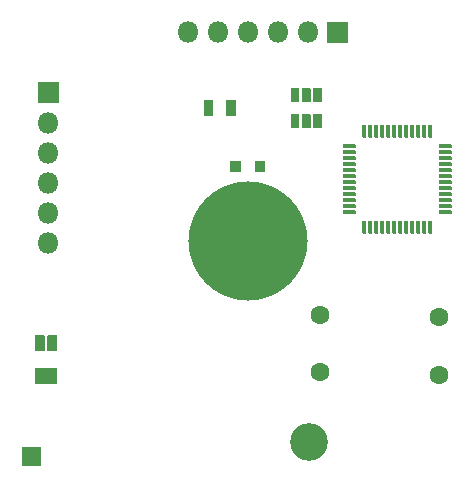
<source format=gbs>
G04 #@! TF.GenerationSoftware,KiCad,Pcbnew,5.1.7-a382d34a8~88~ubuntu18.04.1*
G04 #@! TF.CreationDate,2021-09-05T00:01:39+05:30*
G04 #@! TF.ProjectId,FrontEnd_HeavyDevice_v2,46726f6e-7445-46e6-945f-486561767944,rev?*
G04 #@! TF.SameCoordinates,Original*
G04 #@! TF.FileFunction,Soldermask,Bot*
G04 #@! TF.FilePolarity,Negative*
%FSLAX46Y46*%
G04 Gerber Fmt 4.6, Leading zero omitted, Abs format (unit mm)*
G04 Created by KiCad (PCBNEW 5.1.7-a382d34a8~88~ubuntu18.04.1) date 2021-09-05 00:01:39*
%MOMM*%
%LPD*%
G01*
G04 APERTURE LIST*
%ADD10C,3.200000*%
%ADD11O,1.800000X1.800000*%
%ADD12C,10.100000*%
%ADD13C,1.600000*%
G04 APERTURE END LIST*
D10*
X120792240Y-116509800D03*
G36*
G01*
X97629140Y-107474800D02*
X98369140Y-107474800D01*
G75*
G02*
X98419140Y-107524800I0J-50000D01*
G01*
X98419140Y-108774800D01*
G75*
G02*
X98369140Y-108824800I-50000J0D01*
G01*
X97629140Y-108824800D01*
G75*
G02*
X97579140Y-108774800I0J50000D01*
G01*
X97579140Y-107524800D01*
G75*
G02*
X97629140Y-107474800I50000J0D01*
G01*
G37*
G36*
G01*
X97629140Y-110224800D02*
X99429140Y-110224800D01*
G75*
G02*
X99479140Y-110274800I0J-50000D01*
G01*
X99479140Y-111524800D01*
G75*
G02*
X99429140Y-111574800I-50000J0D01*
G01*
X97629140Y-111574800D01*
G75*
G02*
X97579140Y-111524800I0J50000D01*
G01*
X97579140Y-110274800D01*
G75*
G02*
X97629140Y-110224800I50000J0D01*
G01*
G37*
G36*
G01*
X98689140Y-107474800D02*
X99429140Y-107474800D01*
G75*
G02*
X99479140Y-107524800I0J-50000D01*
G01*
X99479140Y-108774800D01*
G75*
G02*
X99429140Y-108824800I-50000J0D01*
G01*
X98689140Y-108824800D01*
G75*
G02*
X98639140Y-108774800I0J50000D01*
G01*
X98639140Y-107524800D01*
G75*
G02*
X98689140Y-107474800I50000J0D01*
G01*
G37*
D11*
X98710000Y-99620000D03*
X98710000Y-97080000D03*
X98710000Y-94540000D03*
X98710000Y-92000000D03*
X98710000Y-89460000D03*
G36*
G01*
X97810000Y-87770000D02*
X97810000Y-86070000D01*
G75*
G02*
X97860000Y-86020000I50000J0D01*
G01*
X99560000Y-86020000D01*
G75*
G02*
X99610000Y-86070000I0J-50000D01*
G01*
X99610000Y-87770000D01*
G75*
G02*
X99560000Y-87820000I-50000J0D01*
G01*
X97860000Y-87820000D01*
G75*
G02*
X97810000Y-87770000I0J50000D01*
G01*
G37*
X110523000Y-81833700D03*
X113063000Y-81833700D03*
X115603000Y-81833700D03*
X118143000Y-81833700D03*
X120683000Y-81833700D03*
G36*
G01*
X122373000Y-80933700D02*
X124073000Y-80933700D01*
G75*
G02*
X124123000Y-80983700I0J-50000D01*
G01*
X124123000Y-82683700D01*
G75*
G02*
X124073000Y-82733700I-50000J0D01*
G01*
X122373000Y-82733700D01*
G75*
G02*
X122323000Y-82683700I0J50000D01*
G01*
X122323000Y-80983700D01*
G75*
G02*
X122373000Y-80933700I50000J0D01*
G01*
G37*
G36*
G01*
X131804000Y-96365200D02*
X132804000Y-96365200D01*
G75*
G02*
X132854000Y-96415200I0J-50000D01*
G01*
X132854000Y-96645200D01*
G75*
G02*
X132804000Y-96695200I-50000J0D01*
G01*
X131804000Y-96695200D01*
G75*
G02*
X131754000Y-96645200I0J50000D01*
G01*
X131754000Y-96415200D01*
G75*
G02*
X131804000Y-96365200I50000J0D01*
G01*
G37*
G36*
G01*
X130919000Y-89630200D02*
X131149000Y-89630200D01*
G75*
G02*
X131199000Y-89680200I0J-50000D01*
G01*
X131199000Y-90680200D01*
G75*
G02*
X131149000Y-90730200I-50000J0D01*
G01*
X130919000Y-90730200D01*
G75*
G02*
X130869000Y-90680200I0J50000D01*
G01*
X130869000Y-89680200D01*
G75*
G02*
X130919000Y-89630200I50000J0D01*
G01*
G37*
G36*
G01*
X130411000Y-89630200D02*
X130641000Y-89630200D01*
G75*
G02*
X130691000Y-89680200I0J-50000D01*
G01*
X130691000Y-90680200D01*
G75*
G02*
X130641000Y-90730200I-50000J0D01*
G01*
X130411000Y-90730200D01*
G75*
G02*
X130361000Y-90680200I0J50000D01*
G01*
X130361000Y-89680200D01*
G75*
G02*
X130411000Y-89630200I50000J0D01*
G01*
G37*
G36*
G01*
X129903000Y-89630200D02*
X130133000Y-89630200D01*
G75*
G02*
X130183000Y-89680200I0J-50000D01*
G01*
X130183000Y-90680200D01*
G75*
G02*
X130133000Y-90730200I-50000J0D01*
G01*
X129903000Y-90730200D01*
G75*
G02*
X129853000Y-90680200I0J50000D01*
G01*
X129853000Y-89680200D01*
G75*
G02*
X129903000Y-89630200I50000J0D01*
G01*
G37*
G36*
G01*
X129395000Y-89630200D02*
X129625000Y-89630200D01*
G75*
G02*
X129675000Y-89680200I0J-50000D01*
G01*
X129675000Y-90680200D01*
G75*
G02*
X129625000Y-90730200I-50000J0D01*
G01*
X129395000Y-90730200D01*
G75*
G02*
X129345000Y-90680200I0J50000D01*
G01*
X129345000Y-89680200D01*
G75*
G02*
X129395000Y-89630200I50000J0D01*
G01*
G37*
G36*
G01*
X128887000Y-89630200D02*
X129117000Y-89630200D01*
G75*
G02*
X129167000Y-89680200I0J-50000D01*
G01*
X129167000Y-90680200D01*
G75*
G02*
X129117000Y-90730200I-50000J0D01*
G01*
X128887000Y-90730200D01*
G75*
G02*
X128837000Y-90680200I0J50000D01*
G01*
X128837000Y-89680200D01*
G75*
G02*
X128887000Y-89630200I50000J0D01*
G01*
G37*
G36*
G01*
X128379000Y-89630200D02*
X128609000Y-89630200D01*
G75*
G02*
X128659000Y-89680200I0J-50000D01*
G01*
X128659000Y-90680200D01*
G75*
G02*
X128609000Y-90730200I-50000J0D01*
G01*
X128379000Y-90730200D01*
G75*
G02*
X128329000Y-90680200I0J50000D01*
G01*
X128329000Y-89680200D01*
G75*
G02*
X128379000Y-89630200I50000J0D01*
G01*
G37*
G36*
G01*
X127871000Y-89630200D02*
X128101000Y-89630200D01*
G75*
G02*
X128151000Y-89680200I0J-50000D01*
G01*
X128151000Y-90680200D01*
G75*
G02*
X128101000Y-90730200I-50000J0D01*
G01*
X127871000Y-90730200D01*
G75*
G02*
X127821000Y-90680200I0J50000D01*
G01*
X127821000Y-89680200D01*
G75*
G02*
X127871000Y-89630200I50000J0D01*
G01*
G37*
G36*
G01*
X127363000Y-89630200D02*
X127593000Y-89630200D01*
G75*
G02*
X127643000Y-89680200I0J-50000D01*
G01*
X127643000Y-90680200D01*
G75*
G02*
X127593000Y-90730200I-50000J0D01*
G01*
X127363000Y-90730200D01*
G75*
G02*
X127313000Y-90680200I0J50000D01*
G01*
X127313000Y-89680200D01*
G75*
G02*
X127363000Y-89630200I50000J0D01*
G01*
G37*
G36*
G01*
X126855000Y-89630200D02*
X127085000Y-89630200D01*
G75*
G02*
X127135000Y-89680200I0J-50000D01*
G01*
X127135000Y-90680200D01*
G75*
G02*
X127085000Y-90730200I-50000J0D01*
G01*
X126855000Y-90730200D01*
G75*
G02*
X126805000Y-90680200I0J50000D01*
G01*
X126805000Y-89680200D01*
G75*
G02*
X126855000Y-89630200I50000J0D01*
G01*
G37*
G36*
G01*
X126347000Y-89630200D02*
X126577000Y-89630200D01*
G75*
G02*
X126627000Y-89680200I0J-50000D01*
G01*
X126627000Y-90680200D01*
G75*
G02*
X126577000Y-90730200I-50000J0D01*
G01*
X126347000Y-90730200D01*
G75*
G02*
X126297000Y-90680200I0J50000D01*
G01*
X126297000Y-89680200D01*
G75*
G02*
X126347000Y-89630200I50000J0D01*
G01*
G37*
G36*
G01*
X125839000Y-89630200D02*
X126069000Y-89630200D01*
G75*
G02*
X126119000Y-89680200I0J-50000D01*
G01*
X126119000Y-90680200D01*
G75*
G02*
X126069000Y-90730200I-50000J0D01*
G01*
X125839000Y-90730200D01*
G75*
G02*
X125789000Y-90680200I0J50000D01*
G01*
X125789000Y-89680200D01*
G75*
G02*
X125839000Y-89630200I50000J0D01*
G01*
G37*
G36*
G01*
X125331000Y-89630200D02*
X125561000Y-89630200D01*
G75*
G02*
X125611000Y-89680200I0J-50000D01*
G01*
X125611000Y-90680200D01*
G75*
G02*
X125561000Y-90730200I-50000J0D01*
G01*
X125331000Y-90730200D01*
G75*
G02*
X125281000Y-90680200I0J50000D01*
G01*
X125281000Y-89680200D01*
G75*
G02*
X125331000Y-89630200I50000J0D01*
G01*
G37*
G36*
G01*
X123676000Y-91285200D02*
X124676000Y-91285200D01*
G75*
G02*
X124726000Y-91335200I0J-50000D01*
G01*
X124726000Y-91565200D01*
G75*
G02*
X124676000Y-91615200I-50000J0D01*
G01*
X123676000Y-91615200D01*
G75*
G02*
X123626000Y-91565200I0J50000D01*
G01*
X123626000Y-91335200D01*
G75*
G02*
X123676000Y-91285200I50000J0D01*
G01*
G37*
G36*
G01*
X123676000Y-91793200D02*
X124676000Y-91793200D01*
G75*
G02*
X124726000Y-91843200I0J-50000D01*
G01*
X124726000Y-92073200D01*
G75*
G02*
X124676000Y-92123200I-50000J0D01*
G01*
X123676000Y-92123200D01*
G75*
G02*
X123626000Y-92073200I0J50000D01*
G01*
X123626000Y-91843200D01*
G75*
G02*
X123676000Y-91793200I50000J0D01*
G01*
G37*
G36*
G01*
X123676000Y-92809200D02*
X124676000Y-92809200D01*
G75*
G02*
X124726000Y-92859200I0J-50000D01*
G01*
X124726000Y-93089200D01*
G75*
G02*
X124676000Y-93139200I-50000J0D01*
G01*
X123676000Y-93139200D01*
G75*
G02*
X123626000Y-93089200I0J50000D01*
G01*
X123626000Y-92859200D01*
G75*
G02*
X123676000Y-92809200I50000J0D01*
G01*
G37*
G36*
G01*
X123676000Y-93317200D02*
X124676000Y-93317200D01*
G75*
G02*
X124726000Y-93367200I0J-50000D01*
G01*
X124726000Y-93597200D01*
G75*
G02*
X124676000Y-93647200I-50000J0D01*
G01*
X123676000Y-93647200D01*
G75*
G02*
X123626000Y-93597200I0J50000D01*
G01*
X123626000Y-93367200D01*
G75*
G02*
X123676000Y-93317200I50000J0D01*
G01*
G37*
G36*
G01*
X123676000Y-93825200D02*
X124676000Y-93825200D01*
G75*
G02*
X124726000Y-93875200I0J-50000D01*
G01*
X124726000Y-94105200D01*
G75*
G02*
X124676000Y-94155200I-50000J0D01*
G01*
X123676000Y-94155200D01*
G75*
G02*
X123626000Y-94105200I0J50000D01*
G01*
X123626000Y-93875200D01*
G75*
G02*
X123676000Y-93825200I50000J0D01*
G01*
G37*
G36*
G01*
X123676000Y-94333200D02*
X124676000Y-94333200D01*
G75*
G02*
X124726000Y-94383200I0J-50000D01*
G01*
X124726000Y-94613200D01*
G75*
G02*
X124676000Y-94663200I-50000J0D01*
G01*
X123676000Y-94663200D01*
G75*
G02*
X123626000Y-94613200I0J50000D01*
G01*
X123626000Y-94383200D01*
G75*
G02*
X123676000Y-94333200I50000J0D01*
G01*
G37*
G36*
G01*
X123676000Y-94841200D02*
X124676000Y-94841200D01*
G75*
G02*
X124726000Y-94891200I0J-50000D01*
G01*
X124726000Y-95121200D01*
G75*
G02*
X124676000Y-95171200I-50000J0D01*
G01*
X123676000Y-95171200D01*
G75*
G02*
X123626000Y-95121200I0J50000D01*
G01*
X123626000Y-94891200D01*
G75*
G02*
X123676000Y-94841200I50000J0D01*
G01*
G37*
G36*
G01*
X123676000Y-95349200D02*
X124676000Y-95349200D01*
G75*
G02*
X124726000Y-95399200I0J-50000D01*
G01*
X124726000Y-95629200D01*
G75*
G02*
X124676000Y-95679200I-50000J0D01*
G01*
X123676000Y-95679200D01*
G75*
G02*
X123626000Y-95629200I0J50000D01*
G01*
X123626000Y-95399200D01*
G75*
G02*
X123676000Y-95349200I50000J0D01*
G01*
G37*
G36*
G01*
X123676000Y-95857200D02*
X124676000Y-95857200D01*
G75*
G02*
X124726000Y-95907200I0J-50000D01*
G01*
X124726000Y-96137200D01*
G75*
G02*
X124676000Y-96187200I-50000J0D01*
G01*
X123676000Y-96187200D01*
G75*
G02*
X123626000Y-96137200I0J50000D01*
G01*
X123626000Y-95907200D01*
G75*
G02*
X123676000Y-95857200I50000J0D01*
G01*
G37*
G36*
G01*
X123676000Y-96365200D02*
X124676000Y-96365200D01*
G75*
G02*
X124726000Y-96415200I0J-50000D01*
G01*
X124726000Y-96645200D01*
G75*
G02*
X124676000Y-96695200I-50000J0D01*
G01*
X123676000Y-96695200D01*
G75*
G02*
X123626000Y-96645200I0J50000D01*
G01*
X123626000Y-96415200D01*
G75*
G02*
X123676000Y-96365200I50000J0D01*
G01*
G37*
G36*
G01*
X123676000Y-96873200D02*
X124676000Y-96873200D01*
G75*
G02*
X124726000Y-96923200I0J-50000D01*
G01*
X124726000Y-97153200D01*
G75*
G02*
X124676000Y-97203200I-50000J0D01*
G01*
X123676000Y-97203200D01*
G75*
G02*
X123626000Y-97153200I0J50000D01*
G01*
X123626000Y-96923200D01*
G75*
G02*
X123676000Y-96873200I50000J0D01*
G01*
G37*
G36*
G01*
X125839000Y-97758200D02*
X126069000Y-97758200D01*
G75*
G02*
X126119000Y-97808200I0J-50000D01*
G01*
X126119000Y-98808200D01*
G75*
G02*
X126069000Y-98858200I-50000J0D01*
G01*
X125839000Y-98858200D01*
G75*
G02*
X125789000Y-98808200I0J50000D01*
G01*
X125789000Y-97808200D01*
G75*
G02*
X125839000Y-97758200I50000J0D01*
G01*
G37*
G36*
G01*
X126347000Y-97758200D02*
X126577000Y-97758200D01*
G75*
G02*
X126627000Y-97808200I0J-50000D01*
G01*
X126627000Y-98808200D01*
G75*
G02*
X126577000Y-98858200I-50000J0D01*
G01*
X126347000Y-98858200D01*
G75*
G02*
X126297000Y-98808200I0J50000D01*
G01*
X126297000Y-97808200D01*
G75*
G02*
X126347000Y-97758200I50000J0D01*
G01*
G37*
G36*
G01*
X126855000Y-97758200D02*
X127085000Y-97758200D01*
G75*
G02*
X127135000Y-97808200I0J-50000D01*
G01*
X127135000Y-98808200D01*
G75*
G02*
X127085000Y-98858200I-50000J0D01*
G01*
X126855000Y-98858200D01*
G75*
G02*
X126805000Y-98808200I0J50000D01*
G01*
X126805000Y-97808200D01*
G75*
G02*
X126855000Y-97758200I50000J0D01*
G01*
G37*
G36*
G01*
X127363000Y-97758200D02*
X127593000Y-97758200D01*
G75*
G02*
X127643000Y-97808200I0J-50000D01*
G01*
X127643000Y-98808200D01*
G75*
G02*
X127593000Y-98858200I-50000J0D01*
G01*
X127363000Y-98858200D01*
G75*
G02*
X127313000Y-98808200I0J50000D01*
G01*
X127313000Y-97808200D01*
G75*
G02*
X127363000Y-97758200I50000J0D01*
G01*
G37*
G36*
G01*
X127871000Y-97758200D02*
X128101000Y-97758200D01*
G75*
G02*
X128151000Y-97808200I0J-50000D01*
G01*
X128151000Y-98808200D01*
G75*
G02*
X128101000Y-98858200I-50000J0D01*
G01*
X127871000Y-98858200D01*
G75*
G02*
X127821000Y-98808200I0J50000D01*
G01*
X127821000Y-97808200D01*
G75*
G02*
X127871000Y-97758200I50000J0D01*
G01*
G37*
G36*
G01*
X128379000Y-97758200D02*
X128609000Y-97758200D01*
G75*
G02*
X128659000Y-97808200I0J-50000D01*
G01*
X128659000Y-98808200D01*
G75*
G02*
X128609000Y-98858200I-50000J0D01*
G01*
X128379000Y-98858200D01*
G75*
G02*
X128329000Y-98808200I0J50000D01*
G01*
X128329000Y-97808200D01*
G75*
G02*
X128379000Y-97758200I50000J0D01*
G01*
G37*
G36*
G01*
X128887000Y-97758200D02*
X129117000Y-97758200D01*
G75*
G02*
X129167000Y-97808200I0J-50000D01*
G01*
X129167000Y-98808200D01*
G75*
G02*
X129117000Y-98858200I-50000J0D01*
G01*
X128887000Y-98858200D01*
G75*
G02*
X128837000Y-98808200I0J50000D01*
G01*
X128837000Y-97808200D01*
G75*
G02*
X128887000Y-97758200I50000J0D01*
G01*
G37*
G36*
G01*
X129395000Y-97758200D02*
X129625000Y-97758200D01*
G75*
G02*
X129675000Y-97808200I0J-50000D01*
G01*
X129675000Y-98808200D01*
G75*
G02*
X129625000Y-98858200I-50000J0D01*
G01*
X129395000Y-98858200D01*
G75*
G02*
X129345000Y-98808200I0J50000D01*
G01*
X129345000Y-97808200D01*
G75*
G02*
X129395000Y-97758200I50000J0D01*
G01*
G37*
G36*
G01*
X129903000Y-97758200D02*
X130133000Y-97758200D01*
G75*
G02*
X130183000Y-97808200I0J-50000D01*
G01*
X130183000Y-98808200D01*
G75*
G02*
X130133000Y-98858200I-50000J0D01*
G01*
X129903000Y-98858200D01*
G75*
G02*
X129853000Y-98808200I0J50000D01*
G01*
X129853000Y-97808200D01*
G75*
G02*
X129903000Y-97758200I50000J0D01*
G01*
G37*
G36*
G01*
X130411000Y-97758200D02*
X130641000Y-97758200D01*
G75*
G02*
X130691000Y-97808200I0J-50000D01*
G01*
X130691000Y-98808200D01*
G75*
G02*
X130641000Y-98858200I-50000J0D01*
G01*
X130411000Y-98858200D01*
G75*
G02*
X130361000Y-98808200I0J50000D01*
G01*
X130361000Y-97808200D01*
G75*
G02*
X130411000Y-97758200I50000J0D01*
G01*
G37*
G36*
G01*
X130919000Y-97758200D02*
X131149000Y-97758200D01*
G75*
G02*
X131199000Y-97808200I0J-50000D01*
G01*
X131199000Y-98808200D01*
G75*
G02*
X131149000Y-98858200I-50000J0D01*
G01*
X130919000Y-98858200D01*
G75*
G02*
X130869000Y-98808200I0J50000D01*
G01*
X130869000Y-97808200D01*
G75*
G02*
X130919000Y-97758200I50000J0D01*
G01*
G37*
G36*
G01*
X131804000Y-96873200D02*
X132804000Y-96873200D01*
G75*
G02*
X132854000Y-96923200I0J-50000D01*
G01*
X132854000Y-97153200D01*
G75*
G02*
X132804000Y-97203200I-50000J0D01*
G01*
X131804000Y-97203200D01*
G75*
G02*
X131754000Y-97153200I0J50000D01*
G01*
X131754000Y-96923200D01*
G75*
G02*
X131804000Y-96873200I50000J0D01*
G01*
G37*
G36*
G01*
X131804000Y-95857200D02*
X132804000Y-95857200D01*
G75*
G02*
X132854000Y-95907200I0J-50000D01*
G01*
X132854000Y-96137200D01*
G75*
G02*
X132804000Y-96187200I-50000J0D01*
G01*
X131804000Y-96187200D01*
G75*
G02*
X131754000Y-96137200I0J50000D01*
G01*
X131754000Y-95907200D01*
G75*
G02*
X131804000Y-95857200I50000J0D01*
G01*
G37*
G36*
G01*
X131804000Y-95349200D02*
X132804000Y-95349200D01*
G75*
G02*
X132854000Y-95399200I0J-50000D01*
G01*
X132854000Y-95629200D01*
G75*
G02*
X132804000Y-95679200I-50000J0D01*
G01*
X131804000Y-95679200D01*
G75*
G02*
X131754000Y-95629200I0J50000D01*
G01*
X131754000Y-95399200D01*
G75*
G02*
X131804000Y-95349200I50000J0D01*
G01*
G37*
G36*
G01*
X131804000Y-94841200D02*
X132804000Y-94841200D01*
G75*
G02*
X132854000Y-94891200I0J-50000D01*
G01*
X132854000Y-95121200D01*
G75*
G02*
X132804000Y-95171200I-50000J0D01*
G01*
X131804000Y-95171200D01*
G75*
G02*
X131754000Y-95121200I0J50000D01*
G01*
X131754000Y-94891200D01*
G75*
G02*
X131804000Y-94841200I50000J0D01*
G01*
G37*
G36*
G01*
X131804000Y-94333200D02*
X132804000Y-94333200D01*
G75*
G02*
X132854000Y-94383200I0J-50000D01*
G01*
X132854000Y-94613200D01*
G75*
G02*
X132804000Y-94663200I-50000J0D01*
G01*
X131804000Y-94663200D01*
G75*
G02*
X131754000Y-94613200I0J50000D01*
G01*
X131754000Y-94383200D01*
G75*
G02*
X131804000Y-94333200I50000J0D01*
G01*
G37*
G36*
G01*
X131804000Y-93825200D02*
X132804000Y-93825200D01*
G75*
G02*
X132854000Y-93875200I0J-50000D01*
G01*
X132854000Y-94105200D01*
G75*
G02*
X132804000Y-94155200I-50000J0D01*
G01*
X131804000Y-94155200D01*
G75*
G02*
X131754000Y-94105200I0J50000D01*
G01*
X131754000Y-93875200D01*
G75*
G02*
X131804000Y-93825200I50000J0D01*
G01*
G37*
G36*
G01*
X131804000Y-93317200D02*
X132804000Y-93317200D01*
G75*
G02*
X132854000Y-93367200I0J-50000D01*
G01*
X132854000Y-93597200D01*
G75*
G02*
X132804000Y-93647200I-50000J0D01*
G01*
X131804000Y-93647200D01*
G75*
G02*
X131754000Y-93597200I0J50000D01*
G01*
X131754000Y-93367200D01*
G75*
G02*
X131804000Y-93317200I50000J0D01*
G01*
G37*
G36*
G01*
X131804000Y-92809200D02*
X132804000Y-92809200D01*
G75*
G02*
X132854000Y-92859200I0J-50000D01*
G01*
X132854000Y-93089200D01*
G75*
G02*
X132804000Y-93139200I-50000J0D01*
G01*
X131804000Y-93139200D01*
G75*
G02*
X131754000Y-93089200I0J50000D01*
G01*
X131754000Y-92859200D01*
G75*
G02*
X131804000Y-92809200I50000J0D01*
G01*
G37*
G36*
G01*
X131804000Y-92301200D02*
X132804000Y-92301200D01*
G75*
G02*
X132854000Y-92351200I0J-50000D01*
G01*
X132854000Y-92581200D01*
G75*
G02*
X132804000Y-92631200I-50000J0D01*
G01*
X131804000Y-92631200D01*
G75*
G02*
X131754000Y-92581200I0J50000D01*
G01*
X131754000Y-92351200D01*
G75*
G02*
X131804000Y-92301200I50000J0D01*
G01*
G37*
G36*
G01*
X131804000Y-91793200D02*
X132804000Y-91793200D01*
G75*
G02*
X132854000Y-91843200I0J-50000D01*
G01*
X132854000Y-92073200D01*
G75*
G02*
X132804000Y-92123200I-50000J0D01*
G01*
X131804000Y-92123200D01*
G75*
G02*
X131754000Y-92073200I0J50000D01*
G01*
X131754000Y-91843200D01*
G75*
G02*
X131804000Y-91793200I50000J0D01*
G01*
G37*
G36*
G01*
X131804000Y-91285200D02*
X132804000Y-91285200D01*
G75*
G02*
X132854000Y-91335200I0J-50000D01*
G01*
X132854000Y-91565200D01*
G75*
G02*
X132804000Y-91615200I-50000J0D01*
G01*
X131804000Y-91615200D01*
G75*
G02*
X131754000Y-91565200I0J50000D01*
G01*
X131754000Y-91335200D01*
G75*
G02*
X131804000Y-91285200I50000J0D01*
G01*
G37*
G36*
G01*
X125331000Y-97758200D02*
X125561000Y-97758200D01*
G75*
G02*
X125611000Y-97808200I0J-50000D01*
G01*
X125611000Y-98808200D01*
G75*
G02*
X125561000Y-98858200I-50000J0D01*
G01*
X125331000Y-98858200D01*
G75*
G02*
X125281000Y-98808200I0J50000D01*
G01*
X125281000Y-97808200D01*
G75*
G02*
X125331000Y-97758200I50000J0D01*
G01*
G37*
G36*
G01*
X123676000Y-92301200D02*
X124676000Y-92301200D01*
G75*
G02*
X124726000Y-92351200I0J-50000D01*
G01*
X124726000Y-92581200D01*
G75*
G02*
X124676000Y-92631200I-50000J0D01*
G01*
X123676000Y-92631200D01*
G75*
G02*
X123626000Y-92581200I0J50000D01*
G01*
X123626000Y-92351200D01*
G75*
G02*
X123676000Y-92301200I50000J0D01*
G01*
G37*
G36*
G01*
X114570000Y-87590000D02*
X114570000Y-88890000D01*
G75*
G02*
X114520000Y-88940000I-50000J0D01*
G01*
X113820000Y-88940000D01*
G75*
G02*
X113770000Y-88890000I0J50000D01*
G01*
X113770000Y-87590000D01*
G75*
G02*
X113820000Y-87540000I50000J0D01*
G01*
X114520000Y-87540000D01*
G75*
G02*
X114570000Y-87590000I0J-50000D01*
G01*
G37*
G36*
G01*
X112670000Y-87590000D02*
X112670000Y-88890000D01*
G75*
G02*
X112620000Y-88940000I-50000J0D01*
G01*
X111920000Y-88940000D01*
G75*
G02*
X111870000Y-88890000I0J50000D01*
G01*
X111870000Y-87590000D01*
G75*
G02*
X111920000Y-87540000I50000J0D01*
G01*
X112620000Y-87540000D01*
G75*
G02*
X112670000Y-87590000I0J-50000D01*
G01*
G37*
G36*
G01*
X114090000Y-93629900D02*
X114090000Y-92729900D01*
G75*
G02*
X114140000Y-92679900I50000J0D01*
G01*
X114940000Y-92679900D01*
G75*
G02*
X114990000Y-92729900I0J-50000D01*
G01*
X114990000Y-93629900D01*
G75*
G02*
X114940000Y-93679900I-50000J0D01*
G01*
X114140000Y-93679900D01*
G75*
G02*
X114090000Y-93629900I0J50000D01*
G01*
G37*
G36*
G01*
X116190000Y-93629900D02*
X116190000Y-92729900D01*
G75*
G02*
X116240000Y-92679900I50000J0D01*
G01*
X117040000Y-92679900D01*
G75*
G02*
X117090000Y-92729900I0J-50000D01*
G01*
X117090000Y-93629900D01*
G75*
G02*
X117040000Y-93679900I-50000J0D01*
G01*
X116240000Y-93679900D01*
G75*
G02*
X116190000Y-93629900I0J50000D01*
G01*
G37*
G36*
G01*
X96475100Y-118466000D02*
X96475100Y-116942000D01*
G75*
G02*
X96525100Y-116892000I50000J0D01*
G01*
X98049100Y-116892000D01*
G75*
G02*
X98099100Y-116942000I0J-50000D01*
G01*
X98099100Y-118466000D01*
G75*
G02*
X98049100Y-118516000I-50000J0D01*
G01*
X96525100Y-118516000D01*
G75*
G02*
X96475100Y-118466000I0J50000D01*
G01*
G37*
D12*
X115650000Y-99450000D03*
G36*
G01*
X121825000Y-89920000D02*
X121175000Y-89920000D01*
G75*
G02*
X121125000Y-89870000I0J50000D01*
G01*
X121125000Y-88810000D01*
G75*
G02*
X121175000Y-88760000I50000J0D01*
G01*
X121825000Y-88760000D01*
G75*
G02*
X121875000Y-88810000I0J-50000D01*
G01*
X121875000Y-89870000D01*
G75*
G02*
X121825000Y-89920000I-50000J0D01*
G01*
G37*
G36*
G01*
X120875000Y-89920000D02*
X120225000Y-89920000D01*
G75*
G02*
X120175000Y-89870000I0J50000D01*
G01*
X120175000Y-88810000D01*
G75*
G02*
X120225000Y-88760000I50000J0D01*
G01*
X120875000Y-88760000D01*
G75*
G02*
X120925000Y-88810000I0J-50000D01*
G01*
X120925000Y-89870000D01*
G75*
G02*
X120875000Y-89920000I-50000J0D01*
G01*
G37*
G36*
G01*
X119925000Y-89920000D02*
X119275000Y-89920000D01*
G75*
G02*
X119225000Y-89870000I0J50000D01*
G01*
X119225000Y-88810000D01*
G75*
G02*
X119275000Y-88760000I50000J0D01*
G01*
X119925000Y-88760000D01*
G75*
G02*
X119975000Y-88810000I0J-50000D01*
G01*
X119975000Y-89870000D01*
G75*
G02*
X119925000Y-89920000I-50000J0D01*
G01*
G37*
G36*
G01*
X119925000Y-87720000D02*
X119275000Y-87720000D01*
G75*
G02*
X119225000Y-87670000I0J50000D01*
G01*
X119225000Y-86610000D01*
G75*
G02*
X119275000Y-86560000I50000J0D01*
G01*
X119925000Y-86560000D01*
G75*
G02*
X119975000Y-86610000I0J-50000D01*
G01*
X119975000Y-87670000D01*
G75*
G02*
X119925000Y-87720000I-50000J0D01*
G01*
G37*
G36*
G01*
X121825000Y-87720000D02*
X121175000Y-87720000D01*
G75*
G02*
X121125000Y-87670000I0J50000D01*
G01*
X121125000Y-86610000D01*
G75*
G02*
X121175000Y-86560000I50000J0D01*
G01*
X121825000Y-86560000D01*
G75*
G02*
X121875000Y-86610000I0J-50000D01*
G01*
X121875000Y-87670000D01*
G75*
G02*
X121825000Y-87720000I-50000J0D01*
G01*
G37*
G36*
G01*
X120875000Y-87720000D02*
X120225000Y-87720000D01*
G75*
G02*
X120175000Y-87670000I0J50000D01*
G01*
X120175000Y-86610000D01*
G75*
G02*
X120225000Y-86560000I50000J0D01*
G01*
X120875000Y-86560000D01*
G75*
G02*
X120925000Y-86610000I0J-50000D01*
G01*
X120925000Y-87670000D01*
G75*
G02*
X120875000Y-87720000I-50000J0D01*
G01*
G37*
D13*
X131796000Y-105951000D03*
X131796000Y-110831000D03*
X121676000Y-110618000D03*
X121676000Y-105738000D03*
M02*

</source>
